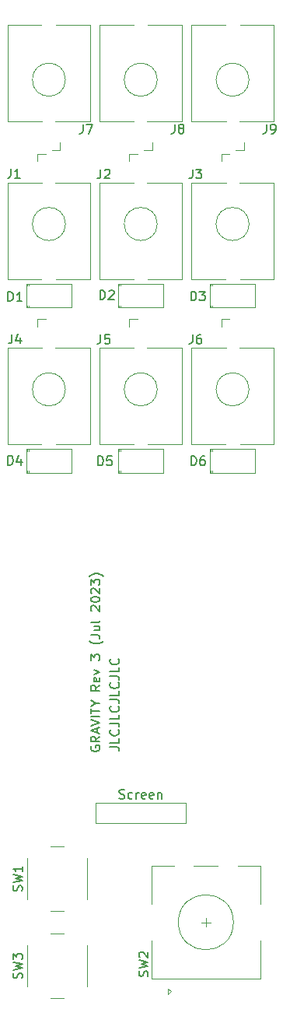
<source format=gbr>
%TF.GenerationSoftware,KiCad,Pcbnew,6.0.11-2627ca5db0~126~ubuntu22.04.1*%
%TF.CreationDate,2023-07-26T01:24:55+03:00*%
%TF.ProjectId,gtoe,67746f65-2e6b-4696-9361-645f70636258,rev?*%
%TF.SameCoordinates,Original*%
%TF.FileFunction,Legend,Top*%
%TF.FilePolarity,Positive*%
%FSLAX46Y46*%
G04 Gerber Fmt 4.6, Leading zero omitted, Abs format (unit mm)*
G04 Created by KiCad (PCBNEW 6.0.11-2627ca5db0~126~ubuntu22.04.1) date 2023-07-26 01:24:55*
%MOMM*%
%LPD*%
G01*
G04 APERTURE LIST*
%ADD10C,0.150000*%
%ADD11C,0.120000*%
G04 APERTURE END LIST*
D10*
X109400000Y-118819047D02*
X109352380Y-118914285D01*
X109352380Y-119057142D01*
X109400000Y-119200000D01*
X109495238Y-119295238D01*
X109590476Y-119342857D01*
X109780952Y-119390476D01*
X109923809Y-119390476D01*
X110114285Y-119342857D01*
X110209523Y-119295238D01*
X110304761Y-119200000D01*
X110352380Y-119057142D01*
X110352380Y-118961904D01*
X110304761Y-118819047D01*
X110257142Y-118771428D01*
X109923809Y-118771428D01*
X109923809Y-118961904D01*
X110352380Y-117771428D02*
X109876190Y-118104761D01*
X110352380Y-118342857D02*
X109352380Y-118342857D01*
X109352380Y-117961904D01*
X109400000Y-117866666D01*
X109447619Y-117819047D01*
X109542857Y-117771428D01*
X109685714Y-117771428D01*
X109780952Y-117819047D01*
X109828571Y-117866666D01*
X109876190Y-117961904D01*
X109876190Y-118342857D01*
X110066666Y-117390476D02*
X110066666Y-116914285D01*
X110352380Y-117485714D02*
X109352380Y-117152380D01*
X110352380Y-116819047D01*
X109352380Y-116628571D02*
X110352380Y-116295238D01*
X109352380Y-115961904D01*
X110352380Y-115628571D02*
X109352380Y-115628571D01*
X109352380Y-115295238D02*
X109352380Y-114723809D01*
X110352380Y-115009523D02*
X109352380Y-115009523D01*
X109876190Y-114200000D02*
X110352380Y-114200000D01*
X109352380Y-114533333D02*
X109876190Y-114200000D01*
X109352380Y-113866666D01*
X110352380Y-112200000D02*
X109876190Y-112533333D01*
X110352380Y-112771428D02*
X109352380Y-112771428D01*
X109352380Y-112390476D01*
X109400000Y-112295238D01*
X109447619Y-112247619D01*
X109542857Y-112200000D01*
X109685714Y-112200000D01*
X109780952Y-112247619D01*
X109828571Y-112295238D01*
X109876190Y-112390476D01*
X109876190Y-112771428D01*
X110304761Y-111390476D02*
X110352380Y-111485714D01*
X110352380Y-111676190D01*
X110304761Y-111771428D01*
X110209523Y-111819047D01*
X109828571Y-111819047D01*
X109733333Y-111771428D01*
X109685714Y-111676190D01*
X109685714Y-111485714D01*
X109733333Y-111390476D01*
X109828571Y-111342857D01*
X109923809Y-111342857D01*
X110019047Y-111819047D01*
X109685714Y-111009523D02*
X110352380Y-110771428D01*
X109685714Y-110533333D01*
X109352380Y-109485714D02*
X109352380Y-108866666D01*
X109733333Y-109200000D01*
X109733333Y-109057142D01*
X109780952Y-108961904D01*
X109828571Y-108914285D01*
X109923809Y-108866666D01*
X110161904Y-108866666D01*
X110257142Y-108914285D01*
X110304761Y-108961904D01*
X110352380Y-109057142D01*
X110352380Y-109342857D01*
X110304761Y-109438095D01*
X110257142Y-109485714D01*
X110733333Y-107390476D02*
X110685714Y-107438095D01*
X110542857Y-107533333D01*
X110447619Y-107580952D01*
X110304761Y-107628571D01*
X110066666Y-107676190D01*
X109876190Y-107676190D01*
X109638095Y-107628571D01*
X109495238Y-107580952D01*
X109400000Y-107533333D01*
X109257142Y-107438095D01*
X109209523Y-107390476D01*
X109352380Y-106723809D02*
X110066666Y-106723809D01*
X110209523Y-106771428D01*
X110304761Y-106866666D01*
X110352380Y-107009523D01*
X110352380Y-107104761D01*
X109685714Y-105819047D02*
X110352380Y-105819047D01*
X109685714Y-106247619D02*
X110209523Y-106247619D01*
X110304761Y-106200000D01*
X110352380Y-106104761D01*
X110352380Y-105961904D01*
X110304761Y-105866666D01*
X110257142Y-105819047D01*
X110352380Y-105200000D02*
X110304761Y-105295238D01*
X110209523Y-105342857D01*
X109352380Y-105342857D01*
X109447619Y-104104761D02*
X109400000Y-104057142D01*
X109352380Y-103961904D01*
X109352380Y-103723809D01*
X109400000Y-103628571D01*
X109447619Y-103580952D01*
X109542857Y-103533333D01*
X109638095Y-103533333D01*
X109780952Y-103580952D01*
X110352380Y-104152380D01*
X110352380Y-103533333D01*
X109352380Y-102914285D02*
X109352380Y-102819047D01*
X109400000Y-102723809D01*
X109447619Y-102676190D01*
X109542857Y-102628571D01*
X109733333Y-102580952D01*
X109971428Y-102580952D01*
X110161904Y-102628571D01*
X110257142Y-102676190D01*
X110304761Y-102723809D01*
X110352380Y-102819047D01*
X110352380Y-102914285D01*
X110304761Y-103009523D01*
X110257142Y-103057142D01*
X110161904Y-103104761D01*
X109971428Y-103152380D01*
X109733333Y-103152380D01*
X109542857Y-103104761D01*
X109447619Y-103057142D01*
X109400000Y-103009523D01*
X109352380Y-102914285D01*
X109447619Y-102200000D02*
X109400000Y-102152380D01*
X109352380Y-102057142D01*
X109352380Y-101819047D01*
X109400000Y-101723809D01*
X109447619Y-101676190D01*
X109542857Y-101628571D01*
X109638095Y-101628571D01*
X109780952Y-101676190D01*
X110352380Y-102247619D01*
X110352380Y-101628571D01*
X109352380Y-101295238D02*
X109352380Y-100676190D01*
X109733333Y-101009523D01*
X109733333Y-100866666D01*
X109780952Y-100771428D01*
X109828571Y-100723809D01*
X109923809Y-100676190D01*
X110161904Y-100676190D01*
X110257142Y-100723809D01*
X110304761Y-100771428D01*
X110352380Y-100866666D01*
X110352380Y-101152380D01*
X110304761Y-101247619D01*
X110257142Y-101295238D01*
X110733333Y-100342857D02*
X110685714Y-100295238D01*
X110542857Y-100200000D01*
X110447619Y-100152380D01*
X110304761Y-100104761D01*
X110066666Y-100057142D01*
X109876190Y-100057142D01*
X109638095Y-100104761D01*
X109495238Y-100152380D01*
X109400000Y-100200000D01*
X109257142Y-100295238D01*
X109209523Y-100342857D01*
X111452380Y-118919047D02*
X112166666Y-118919047D01*
X112309523Y-118966666D01*
X112404761Y-119061904D01*
X112452380Y-119204761D01*
X112452380Y-119300000D01*
X112452380Y-117966666D02*
X112452380Y-118442857D01*
X111452380Y-118442857D01*
X112357142Y-117061904D02*
X112404761Y-117109523D01*
X112452380Y-117252380D01*
X112452380Y-117347619D01*
X112404761Y-117490476D01*
X112309523Y-117585714D01*
X112214285Y-117633333D01*
X112023809Y-117680952D01*
X111880952Y-117680952D01*
X111690476Y-117633333D01*
X111595238Y-117585714D01*
X111500000Y-117490476D01*
X111452380Y-117347619D01*
X111452380Y-117252380D01*
X111500000Y-117109523D01*
X111547619Y-117061904D01*
X111452380Y-116347619D02*
X112166666Y-116347619D01*
X112309523Y-116395238D01*
X112404761Y-116490476D01*
X112452380Y-116633333D01*
X112452380Y-116728571D01*
X112452380Y-115395238D02*
X112452380Y-115871428D01*
X111452380Y-115871428D01*
X112357142Y-114490476D02*
X112404761Y-114538095D01*
X112452380Y-114680952D01*
X112452380Y-114776190D01*
X112404761Y-114919047D01*
X112309523Y-115014285D01*
X112214285Y-115061904D01*
X112023809Y-115109523D01*
X111880952Y-115109523D01*
X111690476Y-115061904D01*
X111595238Y-115014285D01*
X111500000Y-114919047D01*
X111452380Y-114776190D01*
X111452380Y-114680952D01*
X111500000Y-114538095D01*
X111547619Y-114490476D01*
X111452380Y-113776190D02*
X112166666Y-113776190D01*
X112309523Y-113823809D01*
X112404761Y-113919047D01*
X112452380Y-114061904D01*
X112452380Y-114157142D01*
X112452380Y-112823809D02*
X112452380Y-113300000D01*
X111452380Y-113300000D01*
X112357142Y-111919047D02*
X112404761Y-111966666D01*
X112452380Y-112109523D01*
X112452380Y-112204761D01*
X112404761Y-112347619D01*
X112309523Y-112442857D01*
X112214285Y-112490476D01*
X112023809Y-112538095D01*
X111880952Y-112538095D01*
X111690476Y-112490476D01*
X111595238Y-112442857D01*
X111500000Y-112347619D01*
X111452380Y-112204761D01*
X111452380Y-112109523D01*
X111500000Y-111966666D01*
X111547619Y-111919047D01*
X111452380Y-111204761D02*
X112166666Y-111204761D01*
X112309523Y-111252380D01*
X112404761Y-111347619D01*
X112452380Y-111490476D01*
X112452380Y-111585714D01*
X112452380Y-110252380D02*
X112452380Y-110728571D01*
X111452380Y-110728571D01*
X112357142Y-109347619D02*
X112404761Y-109395238D01*
X112452380Y-109538095D01*
X112452380Y-109633333D01*
X112404761Y-109776190D01*
X112309523Y-109871428D01*
X112214285Y-109919047D01*
X112023809Y-109966666D01*
X111880952Y-109966666D01*
X111690476Y-109919047D01*
X111595238Y-109871428D01*
X111500000Y-109776190D01*
X111452380Y-109633333D01*
X111452380Y-109538095D01*
X111500000Y-109395238D01*
X111547619Y-109347619D01*
%TO.C,J9*%
X128496666Y-51152380D02*
X128496666Y-51866666D01*
X128449047Y-52009523D01*
X128353809Y-52104761D01*
X128210952Y-52152380D01*
X128115714Y-52152380D01*
X129020476Y-52152380D02*
X129210952Y-52152380D01*
X129306190Y-52104761D01*
X129353809Y-52057142D01*
X129449047Y-51914285D01*
X129496666Y-51723809D01*
X129496666Y-51342857D01*
X129449047Y-51247619D01*
X129401428Y-51200000D01*
X129306190Y-51152380D01*
X129115714Y-51152380D01*
X129020476Y-51200000D01*
X128972857Y-51247619D01*
X128925238Y-51342857D01*
X128925238Y-51580952D01*
X128972857Y-51676190D01*
X129020476Y-51723809D01*
X129115714Y-51771428D01*
X129306190Y-51771428D01*
X129401428Y-51723809D01*
X129449047Y-51676190D01*
X129496666Y-51580952D01*
%TO.C,SW3*%
X101854761Y-144083333D02*
X101902380Y-143940476D01*
X101902380Y-143702380D01*
X101854761Y-143607142D01*
X101807142Y-143559523D01*
X101711904Y-143511904D01*
X101616666Y-143511904D01*
X101521428Y-143559523D01*
X101473809Y-143607142D01*
X101426190Y-143702380D01*
X101378571Y-143892857D01*
X101330952Y-143988095D01*
X101283333Y-144035714D01*
X101188095Y-144083333D01*
X101092857Y-144083333D01*
X100997619Y-144035714D01*
X100950000Y-143988095D01*
X100902380Y-143892857D01*
X100902380Y-143654761D01*
X100950000Y-143511904D01*
X100902380Y-143178571D02*
X101902380Y-142940476D01*
X101188095Y-142750000D01*
X101902380Y-142559523D01*
X100902380Y-142321428D01*
X100902380Y-142035714D02*
X100902380Y-141416666D01*
X101283333Y-141750000D01*
X101283333Y-141607142D01*
X101330952Y-141511904D01*
X101378571Y-141464285D01*
X101473809Y-141416666D01*
X101711904Y-141416666D01*
X101807142Y-141464285D01*
X101854761Y-141511904D01*
X101902380Y-141607142D01*
X101902380Y-141892857D01*
X101854761Y-141988095D01*
X101807142Y-142035714D01*
%TO.C,D5*%
X110161904Y-88282380D02*
X110161904Y-87282380D01*
X110400000Y-87282380D01*
X110542857Y-87330000D01*
X110638095Y-87425238D01*
X110685714Y-87520476D01*
X110733333Y-87710952D01*
X110733333Y-87853809D01*
X110685714Y-88044285D01*
X110638095Y-88139523D01*
X110542857Y-88234761D01*
X110400000Y-88282380D01*
X110161904Y-88282380D01*
X111638095Y-87282380D02*
X111161904Y-87282380D01*
X111114285Y-87758571D01*
X111161904Y-87710952D01*
X111257142Y-87663333D01*
X111495238Y-87663333D01*
X111590476Y-87710952D01*
X111638095Y-87758571D01*
X111685714Y-87853809D01*
X111685714Y-88091904D01*
X111638095Y-88187142D01*
X111590476Y-88234761D01*
X111495238Y-88282380D01*
X111257142Y-88282380D01*
X111161904Y-88234761D01*
X111114285Y-88187142D01*
%TO.C,J2*%
X110436666Y-56052380D02*
X110436666Y-56766666D01*
X110389047Y-56909523D01*
X110293809Y-57004761D01*
X110150952Y-57052380D01*
X110055714Y-57052380D01*
X110865238Y-56147619D02*
X110912857Y-56100000D01*
X111008095Y-56052380D01*
X111246190Y-56052380D01*
X111341428Y-56100000D01*
X111389047Y-56147619D01*
X111436666Y-56242857D01*
X111436666Y-56338095D01*
X111389047Y-56480952D01*
X110817619Y-57052380D01*
X111436666Y-57052380D01*
%TO.C,Screen*%
X112466666Y-124504761D02*
X112609523Y-124552380D01*
X112847619Y-124552380D01*
X112942857Y-124504761D01*
X112990476Y-124457142D01*
X113038095Y-124361904D01*
X113038095Y-124266666D01*
X112990476Y-124171428D01*
X112942857Y-124123809D01*
X112847619Y-124076190D01*
X112657142Y-124028571D01*
X112561904Y-123980952D01*
X112514285Y-123933333D01*
X112466666Y-123838095D01*
X112466666Y-123742857D01*
X112514285Y-123647619D01*
X112561904Y-123600000D01*
X112657142Y-123552380D01*
X112895238Y-123552380D01*
X113038095Y-123600000D01*
X113895238Y-124504761D02*
X113800000Y-124552380D01*
X113609523Y-124552380D01*
X113514285Y-124504761D01*
X113466666Y-124457142D01*
X113419047Y-124361904D01*
X113419047Y-124076190D01*
X113466666Y-123980952D01*
X113514285Y-123933333D01*
X113609523Y-123885714D01*
X113800000Y-123885714D01*
X113895238Y-123933333D01*
X114323809Y-124552380D02*
X114323809Y-123885714D01*
X114323809Y-124076190D02*
X114371428Y-123980952D01*
X114419047Y-123933333D01*
X114514285Y-123885714D01*
X114609523Y-123885714D01*
X115323809Y-124504761D02*
X115228571Y-124552380D01*
X115038095Y-124552380D01*
X114942857Y-124504761D01*
X114895238Y-124409523D01*
X114895238Y-124028571D01*
X114942857Y-123933333D01*
X115038095Y-123885714D01*
X115228571Y-123885714D01*
X115323809Y-123933333D01*
X115371428Y-124028571D01*
X115371428Y-124123809D01*
X114895238Y-124219047D01*
X116180952Y-124504761D02*
X116085714Y-124552380D01*
X115895238Y-124552380D01*
X115800000Y-124504761D01*
X115752380Y-124409523D01*
X115752380Y-124028571D01*
X115800000Y-123933333D01*
X115895238Y-123885714D01*
X116085714Y-123885714D01*
X116180952Y-123933333D01*
X116228571Y-124028571D01*
X116228571Y-124123809D01*
X115752380Y-124219047D01*
X116657142Y-123885714D02*
X116657142Y-124552380D01*
X116657142Y-123980952D02*
X116704761Y-123933333D01*
X116800000Y-123885714D01*
X116942857Y-123885714D01*
X117038095Y-123933333D01*
X117085714Y-124028571D01*
X117085714Y-124552380D01*
%TO.C,J5*%
X110436666Y-74052380D02*
X110436666Y-74766666D01*
X110389047Y-74909523D01*
X110293809Y-75004761D01*
X110150952Y-75052380D01*
X110055714Y-75052380D01*
X111389047Y-74052380D02*
X110912857Y-74052380D01*
X110865238Y-74528571D01*
X110912857Y-74480952D01*
X111008095Y-74433333D01*
X111246190Y-74433333D01*
X111341428Y-74480952D01*
X111389047Y-74528571D01*
X111436666Y-74623809D01*
X111436666Y-74861904D01*
X111389047Y-74957142D01*
X111341428Y-75004761D01*
X111246190Y-75052380D01*
X111008095Y-75052380D01*
X110912857Y-75004761D01*
X110865238Y-74957142D01*
%TO.C,D4*%
X100331904Y-88222380D02*
X100331904Y-87222380D01*
X100570000Y-87222380D01*
X100712857Y-87270000D01*
X100808095Y-87365238D01*
X100855714Y-87460476D01*
X100903333Y-87650952D01*
X100903333Y-87793809D01*
X100855714Y-87984285D01*
X100808095Y-88079523D01*
X100712857Y-88174761D01*
X100570000Y-88222380D01*
X100331904Y-88222380D01*
X101760476Y-87555714D02*
X101760476Y-88222380D01*
X101522380Y-87174761D02*
X101284285Y-87889047D01*
X101903333Y-87889047D01*
%TO.C,D3*%
X120281904Y-70342380D02*
X120281904Y-69342380D01*
X120520000Y-69342380D01*
X120662857Y-69390000D01*
X120758095Y-69485238D01*
X120805714Y-69580476D01*
X120853333Y-69770952D01*
X120853333Y-69913809D01*
X120805714Y-70104285D01*
X120758095Y-70199523D01*
X120662857Y-70294761D01*
X120520000Y-70342380D01*
X120281904Y-70342380D01*
X121186666Y-69342380D02*
X121805714Y-69342380D01*
X121472380Y-69723333D01*
X121615238Y-69723333D01*
X121710476Y-69770952D01*
X121758095Y-69818571D01*
X121805714Y-69913809D01*
X121805714Y-70151904D01*
X121758095Y-70247142D01*
X121710476Y-70294761D01*
X121615238Y-70342380D01*
X121329523Y-70342380D01*
X121234285Y-70294761D01*
X121186666Y-70247142D01*
%TO.C,J3*%
X120436666Y-56052380D02*
X120436666Y-56766666D01*
X120389047Y-56909523D01*
X120293809Y-57004761D01*
X120150952Y-57052380D01*
X120055714Y-57052380D01*
X120817619Y-56052380D02*
X121436666Y-56052380D01*
X121103333Y-56433333D01*
X121246190Y-56433333D01*
X121341428Y-56480952D01*
X121389047Y-56528571D01*
X121436666Y-56623809D01*
X121436666Y-56861904D01*
X121389047Y-56957142D01*
X121341428Y-57004761D01*
X121246190Y-57052380D01*
X120960476Y-57052380D01*
X120865238Y-57004761D01*
X120817619Y-56957142D01*
%TO.C,D2*%
X110371904Y-70222380D02*
X110371904Y-69222380D01*
X110610000Y-69222380D01*
X110752857Y-69270000D01*
X110848095Y-69365238D01*
X110895714Y-69460476D01*
X110943333Y-69650952D01*
X110943333Y-69793809D01*
X110895714Y-69984285D01*
X110848095Y-70079523D01*
X110752857Y-70174761D01*
X110610000Y-70222380D01*
X110371904Y-70222380D01*
X111324285Y-69317619D02*
X111371904Y-69270000D01*
X111467142Y-69222380D01*
X111705238Y-69222380D01*
X111800476Y-69270000D01*
X111848095Y-69317619D01*
X111895714Y-69412857D01*
X111895714Y-69508095D01*
X111848095Y-69650952D01*
X111276666Y-70222380D01*
X111895714Y-70222380D01*
%TO.C,SW2*%
X115554761Y-143883333D02*
X115602380Y-143740476D01*
X115602380Y-143502380D01*
X115554761Y-143407142D01*
X115507142Y-143359523D01*
X115411904Y-143311904D01*
X115316666Y-143311904D01*
X115221428Y-143359523D01*
X115173809Y-143407142D01*
X115126190Y-143502380D01*
X115078571Y-143692857D01*
X115030952Y-143788095D01*
X114983333Y-143835714D01*
X114888095Y-143883333D01*
X114792857Y-143883333D01*
X114697619Y-143835714D01*
X114650000Y-143788095D01*
X114602380Y-143692857D01*
X114602380Y-143454761D01*
X114650000Y-143311904D01*
X114602380Y-142978571D02*
X115602380Y-142740476D01*
X114888095Y-142550000D01*
X115602380Y-142359523D01*
X114602380Y-142121428D01*
X114697619Y-141788095D02*
X114650000Y-141740476D01*
X114602380Y-141645238D01*
X114602380Y-141407142D01*
X114650000Y-141311904D01*
X114697619Y-141264285D01*
X114792857Y-141216666D01*
X114888095Y-141216666D01*
X115030952Y-141264285D01*
X115602380Y-141835714D01*
X115602380Y-141216666D01*
%TO.C,J8*%
X118496666Y-51152380D02*
X118496666Y-51866666D01*
X118449047Y-52009523D01*
X118353809Y-52104761D01*
X118210952Y-52152380D01*
X118115714Y-52152380D01*
X119115714Y-51580952D02*
X119020476Y-51533333D01*
X118972857Y-51485714D01*
X118925238Y-51390476D01*
X118925238Y-51342857D01*
X118972857Y-51247619D01*
X119020476Y-51200000D01*
X119115714Y-51152380D01*
X119306190Y-51152380D01*
X119401428Y-51200000D01*
X119449047Y-51247619D01*
X119496666Y-51342857D01*
X119496666Y-51390476D01*
X119449047Y-51485714D01*
X119401428Y-51533333D01*
X119306190Y-51580952D01*
X119115714Y-51580952D01*
X119020476Y-51628571D01*
X118972857Y-51676190D01*
X118925238Y-51771428D01*
X118925238Y-51961904D01*
X118972857Y-52057142D01*
X119020476Y-52104761D01*
X119115714Y-52152380D01*
X119306190Y-52152380D01*
X119401428Y-52104761D01*
X119449047Y-52057142D01*
X119496666Y-51961904D01*
X119496666Y-51771428D01*
X119449047Y-51676190D01*
X119401428Y-51628571D01*
X119306190Y-51580952D01*
%TO.C,J6*%
X120436666Y-74052380D02*
X120436666Y-74766666D01*
X120389047Y-74909523D01*
X120293809Y-75004761D01*
X120150952Y-75052380D01*
X120055714Y-75052380D01*
X121341428Y-74052380D02*
X121150952Y-74052380D01*
X121055714Y-74100000D01*
X121008095Y-74147619D01*
X120912857Y-74290476D01*
X120865238Y-74480952D01*
X120865238Y-74861904D01*
X120912857Y-74957142D01*
X120960476Y-75004761D01*
X121055714Y-75052380D01*
X121246190Y-75052380D01*
X121341428Y-75004761D01*
X121389047Y-74957142D01*
X121436666Y-74861904D01*
X121436666Y-74623809D01*
X121389047Y-74528571D01*
X121341428Y-74480952D01*
X121246190Y-74433333D01*
X121055714Y-74433333D01*
X120960476Y-74480952D01*
X120912857Y-74528571D01*
X120865238Y-74623809D01*
%TO.C,J1*%
X100666666Y-56002380D02*
X100666666Y-56716666D01*
X100619047Y-56859523D01*
X100523809Y-56954761D01*
X100380952Y-57002380D01*
X100285714Y-57002380D01*
X101666666Y-57002380D02*
X101095238Y-57002380D01*
X101380952Y-57002380D02*
X101380952Y-56002380D01*
X101285714Y-56145238D01*
X101190476Y-56240476D01*
X101095238Y-56288095D01*
%TO.C,D6*%
X120301904Y-88262380D02*
X120301904Y-87262380D01*
X120540000Y-87262380D01*
X120682857Y-87310000D01*
X120778095Y-87405238D01*
X120825714Y-87500476D01*
X120873333Y-87690952D01*
X120873333Y-87833809D01*
X120825714Y-88024285D01*
X120778095Y-88119523D01*
X120682857Y-88214761D01*
X120540000Y-88262380D01*
X120301904Y-88262380D01*
X121730476Y-87262380D02*
X121540000Y-87262380D01*
X121444761Y-87310000D01*
X121397142Y-87357619D01*
X121301904Y-87500476D01*
X121254285Y-87690952D01*
X121254285Y-88071904D01*
X121301904Y-88167142D01*
X121349523Y-88214761D01*
X121444761Y-88262380D01*
X121635238Y-88262380D01*
X121730476Y-88214761D01*
X121778095Y-88167142D01*
X121825714Y-88071904D01*
X121825714Y-87833809D01*
X121778095Y-87738571D01*
X121730476Y-87690952D01*
X121635238Y-87643333D01*
X121444761Y-87643333D01*
X121349523Y-87690952D01*
X121301904Y-87738571D01*
X121254285Y-87833809D01*
%TO.C,D1*%
X100361904Y-70392380D02*
X100361904Y-69392380D01*
X100600000Y-69392380D01*
X100742857Y-69440000D01*
X100838095Y-69535238D01*
X100885714Y-69630476D01*
X100933333Y-69820952D01*
X100933333Y-69963809D01*
X100885714Y-70154285D01*
X100838095Y-70249523D01*
X100742857Y-70344761D01*
X100600000Y-70392380D01*
X100361904Y-70392380D01*
X101885714Y-70392380D02*
X101314285Y-70392380D01*
X101600000Y-70392380D02*
X101600000Y-69392380D01*
X101504761Y-69535238D01*
X101409523Y-69630476D01*
X101314285Y-69678095D01*
%TO.C,J4*%
X100766666Y-74002380D02*
X100766666Y-74716666D01*
X100719047Y-74859523D01*
X100623809Y-74954761D01*
X100480952Y-75002380D01*
X100385714Y-75002380D01*
X101671428Y-74335714D02*
X101671428Y-75002380D01*
X101433333Y-73954761D02*
X101195238Y-74669047D01*
X101814285Y-74669047D01*
%TO.C,J7*%
X108496666Y-51152380D02*
X108496666Y-51866666D01*
X108449047Y-52009523D01*
X108353809Y-52104761D01*
X108210952Y-52152380D01*
X108115714Y-52152380D01*
X108877619Y-51152380D02*
X109544285Y-51152380D01*
X109115714Y-52152380D01*
%TO.C,SW1*%
X101854761Y-134583333D02*
X101902380Y-134440476D01*
X101902380Y-134202380D01*
X101854761Y-134107142D01*
X101807142Y-134059523D01*
X101711904Y-134011904D01*
X101616666Y-134011904D01*
X101521428Y-134059523D01*
X101473809Y-134107142D01*
X101426190Y-134202380D01*
X101378571Y-134392857D01*
X101330952Y-134488095D01*
X101283333Y-134535714D01*
X101188095Y-134583333D01*
X101092857Y-134583333D01*
X100997619Y-134535714D01*
X100950000Y-134488095D01*
X100902380Y-134392857D01*
X100902380Y-134154761D01*
X100950000Y-134011904D01*
X100902380Y-133678571D02*
X101902380Y-133440476D01*
X101188095Y-133250000D01*
X101902380Y-133059523D01*
X100902380Y-132821428D01*
X101902380Y-131916666D02*
X101902380Y-132488095D01*
X101902380Y-132202380D02*
X100902380Y-132202380D01*
X101045238Y-132297619D01*
X101140476Y-132392857D01*
X101188095Y-132488095D01*
D11*
%TO.C,J9*%
X120300000Y-50800000D02*
X120300000Y-40300000D01*
X126030000Y-53950000D02*
X126030000Y-53150000D01*
X120300000Y-50800000D02*
X124080000Y-50800000D01*
X120300000Y-40300000D02*
X124000000Y-40300000D01*
X129300000Y-50800000D02*
X129300000Y-40300000D01*
X125600000Y-40300000D02*
X129300000Y-40300000D01*
X126030000Y-53950000D02*
X125170000Y-53950000D01*
X125520000Y-50800000D02*
X129300000Y-50800000D01*
X126600000Y-46300000D02*
G75*
G03*
X126600000Y-46300000I-1800000J0D01*
G01*
%TO.C,SW3*%
X102450000Y-140500000D02*
X102450000Y-145000000D01*
X106450000Y-139250000D02*
X104950000Y-139250000D01*
X104950000Y-146250000D02*
X106450000Y-146250000D01*
X108950000Y-145000000D02*
X108950000Y-140500000D01*
%TO.C,D5*%
X112340000Y-89110000D02*
X117260000Y-89110000D01*
X112460000Y-86490000D02*
X112460000Y-86720000D01*
X112580000Y-86490000D02*
X112580000Y-86720000D01*
X112340000Y-86490000D02*
X112340000Y-89110000D01*
X112460000Y-88880000D02*
X112460000Y-89110000D01*
X112340000Y-86490000D02*
X117260000Y-86490000D01*
X112580000Y-88880000D02*
X112580000Y-89110000D01*
X117260000Y-86490000D02*
X117260000Y-89110000D01*
%TO.C,J2*%
X114080000Y-57500000D02*
X110300000Y-57500000D01*
X113570000Y-54350000D02*
X114430000Y-54350000D01*
X114000000Y-68000000D02*
X110300000Y-68000000D01*
X119300000Y-68000000D02*
X115600000Y-68000000D01*
X113570000Y-54350000D02*
X113570000Y-55150000D01*
X110300000Y-57500000D02*
X110300000Y-68000000D01*
X119300000Y-57500000D02*
X115520000Y-57500000D01*
X119300000Y-57500000D02*
X119300000Y-68000000D01*
X116600000Y-62000000D02*
G75*
G03*
X116600000Y-62000000I-1800000J0D01*
G01*
%TO.C,Screen*%
X119700000Y-125000000D02*
X109900000Y-125000000D01*
X109900000Y-125000000D02*
X109900000Y-127200000D01*
X109900000Y-127200000D02*
X119700000Y-127200000D01*
X119700000Y-127200000D02*
X119700000Y-125000000D01*
%TO.C,J5*%
X119300000Y-75500000D02*
X115520000Y-75500000D01*
X114000000Y-86000000D02*
X110300000Y-86000000D01*
X119300000Y-75500000D02*
X119300000Y-86000000D01*
X114080000Y-75500000D02*
X110300000Y-75500000D01*
X119300000Y-86000000D02*
X115600000Y-86000000D01*
X113570000Y-72350000D02*
X114430000Y-72350000D01*
X113570000Y-72350000D02*
X113570000Y-73150000D01*
X110300000Y-75500000D02*
X110300000Y-86000000D01*
X116600000Y-80000000D02*
G75*
G03*
X116600000Y-80000000I-1800000J0D01*
G01*
%TO.C,D4*%
X102460000Y-86490000D02*
X102460000Y-86720000D01*
X102340000Y-86490000D02*
X107260000Y-86490000D01*
X102580000Y-86490000D02*
X102580000Y-86720000D01*
X102580000Y-88880000D02*
X102580000Y-89110000D01*
X102460000Y-88880000D02*
X102460000Y-89110000D01*
X107260000Y-86490000D02*
X107260000Y-89110000D01*
X102340000Y-86490000D02*
X102340000Y-89110000D01*
X102340000Y-89110000D02*
X107260000Y-89110000D01*
%TO.C,D3*%
X122460000Y-68490000D02*
X122460000Y-68720000D01*
X127260000Y-68490000D02*
X127260000Y-71110000D01*
X122340000Y-68490000D02*
X127260000Y-68490000D01*
X122340000Y-68490000D02*
X122340000Y-71110000D01*
X122580000Y-70880000D02*
X122580000Y-71110000D01*
X122340000Y-71110000D02*
X127260000Y-71110000D01*
X122460000Y-70880000D02*
X122460000Y-71110000D01*
X122580000Y-68490000D02*
X122580000Y-68720000D01*
%TO.C,J3*%
X123570000Y-54350000D02*
X123570000Y-55150000D01*
X129300000Y-57500000D02*
X125520000Y-57500000D01*
X120300000Y-57500000D02*
X120300000Y-68000000D01*
X123570000Y-54350000D02*
X124430000Y-54350000D01*
X124080000Y-57500000D02*
X120300000Y-57500000D01*
X124000000Y-68000000D02*
X120300000Y-68000000D01*
X129300000Y-57500000D02*
X129300000Y-68000000D01*
X129300000Y-68000000D02*
X125600000Y-68000000D01*
X126600000Y-62000000D02*
G75*
G03*
X126600000Y-62000000I-1800000J0D01*
G01*
%TO.C,D2*%
X112340000Y-71110000D02*
X117260000Y-71110000D01*
X112460000Y-70880000D02*
X112460000Y-71110000D01*
X117260000Y-68490000D02*
X117260000Y-71110000D01*
X112340000Y-68490000D02*
X117260000Y-68490000D01*
X112460000Y-68490000D02*
X112460000Y-68720000D01*
X112340000Y-68490000D02*
X112340000Y-71110000D01*
X112580000Y-68490000D02*
X112580000Y-68720000D01*
X112580000Y-70880000D02*
X112580000Y-71110000D01*
%TO.C,SW2*%
X117800000Y-145800000D02*
X117800000Y-145200000D01*
X125400000Y-131900000D02*
X127800000Y-131900000D01*
X116000000Y-140000000D02*
X116000000Y-144100000D01*
X127800000Y-140000000D02*
X127800000Y-144100000D01*
X121900000Y-138500000D02*
X121900000Y-137500000D01*
X127800000Y-131900000D02*
X127800000Y-136000000D01*
X116000000Y-131900000D02*
X118400000Y-131900000D01*
X117800000Y-145200000D02*
X118100000Y-145500000D01*
X121400000Y-138000000D02*
X122400000Y-138000000D01*
X120600000Y-131900000D02*
X123200000Y-131900000D01*
X116000000Y-136000000D02*
X116000000Y-131900000D01*
X116000000Y-144100000D02*
X127800000Y-144100000D01*
X118100000Y-145500000D02*
X117800000Y-145800000D01*
X124900000Y-138000000D02*
G75*
G03*
X124900000Y-138000000I-3000000J0D01*
G01*
%TO.C,J8*%
X116030000Y-53950000D02*
X115170000Y-53950000D01*
X110300000Y-50800000D02*
X110300000Y-40300000D01*
X115600000Y-40300000D02*
X119300000Y-40300000D01*
X110300000Y-40300000D02*
X114000000Y-40300000D01*
X119300000Y-50800000D02*
X119300000Y-40300000D01*
X110300000Y-50800000D02*
X114080000Y-50800000D01*
X115520000Y-50800000D02*
X119300000Y-50800000D01*
X116030000Y-53950000D02*
X116030000Y-53150000D01*
X116600000Y-46300000D02*
G75*
G03*
X116600000Y-46300000I-1800000J0D01*
G01*
%TO.C,J6*%
X123570000Y-72350000D02*
X124430000Y-72350000D01*
X124000000Y-86000000D02*
X120300000Y-86000000D01*
X129300000Y-86000000D02*
X125600000Y-86000000D01*
X129300000Y-75500000D02*
X129300000Y-86000000D01*
X120300000Y-75500000D02*
X120300000Y-86000000D01*
X129300000Y-75500000D02*
X125520000Y-75500000D01*
X124080000Y-75500000D02*
X120300000Y-75500000D01*
X123570000Y-72350000D02*
X123570000Y-73150000D01*
X126600000Y-80000000D02*
G75*
G03*
X126600000Y-80000000I-1800000J0D01*
G01*
%TO.C,J1*%
X103570000Y-54350000D02*
X103570000Y-55150000D01*
X109300000Y-57500000D02*
X105520000Y-57500000D01*
X104080000Y-57500000D02*
X100300000Y-57500000D01*
X103570000Y-54350000D02*
X104430000Y-54350000D01*
X104000000Y-68000000D02*
X100300000Y-68000000D01*
X100300000Y-57500000D02*
X100300000Y-68000000D01*
X109300000Y-57500000D02*
X109300000Y-68000000D01*
X109300000Y-68000000D02*
X105600000Y-68000000D01*
X106600000Y-62000000D02*
G75*
G03*
X106600000Y-62000000I-1800000J0D01*
G01*
%TO.C,D6*%
X127260000Y-86490000D02*
X127260000Y-89110000D01*
X122580000Y-88880000D02*
X122580000Y-89110000D01*
X122580000Y-86490000D02*
X122580000Y-86720000D01*
X122460000Y-88880000D02*
X122460000Y-89110000D01*
X122340000Y-86490000D02*
X127260000Y-86490000D01*
X122460000Y-86490000D02*
X122460000Y-86720000D01*
X122340000Y-89110000D02*
X127260000Y-89110000D01*
X122340000Y-86490000D02*
X122340000Y-89110000D01*
%TO.C,D1*%
X102340000Y-68490000D02*
X102340000Y-71110000D01*
X107260000Y-68490000D02*
X107260000Y-71110000D01*
X102580000Y-68490000D02*
X102580000Y-68720000D01*
X102460000Y-68490000D02*
X102460000Y-68720000D01*
X102580000Y-70880000D02*
X102580000Y-71110000D01*
X102460000Y-70880000D02*
X102460000Y-71110000D01*
X102340000Y-71110000D02*
X107260000Y-71110000D01*
X102340000Y-68490000D02*
X107260000Y-68490000D01*
%TO.C,J4*%
X104080000Y-75500000D02*
X100300000Y-75500000D01*
X109300000Y-75500000D02*
X105520000Y-75500000D01*
X109300000Y-86000000D02*
X105600000Y-86000000D01*
X103570000Y-72350000D02*
X103570000Y-73150000D01*
X100300000Y-75500000D02*
X100300000Y-86000000D01*
X103570000Y-72350000D02*
X104430000Y-72350000D01*
X104000000Y-86000000D02*
X100300000Y-86000000D01*
X109300000Y-75500000D02*
X109300000Y-86000000D01*
X106600000Y-80000000D02*
G75*
G03*
X106600000Y-80000000I-1800000J0D01*
G01*
%TO.C,J7*%
X100300000Y-40300000D02*
X104000000Y-40300000D01*
X100300000Y-50800000D02*
X104080000Y-50800000D01*
X100300000Y-50800000D02*
X100300000Y-40300000D01*
X105600000Y-40300000D02*
X109300000Y-40300000D01*
X106030000Y-53950000D02*
X106030000Y-53150000D01*
X109300000Y-50800000D02*
X109300000Y-40300000D01*
X105520000Y-50800000D02*
X109300000Y-50800000D01*
X106030000Y-53950000D02*
X105170000Y-53950000D01*
X106600000Y-46300000D02*
G75*
G03*
X106600000Y-46300000I-1800000J0D01*
G01*
%TO.C,SW1*%
X106450000Y-129750000D02*
X104950000Y-129750000D01*
X104950000Y-136750000D02*
X106450000Y-136750000D01*
X102450000Y-131000000D02*
X102450000Y-135500000D01*
X108950000Y-135500000D02*
X108950000Y-131000000D01*
%TD*%
M02*

</source>
